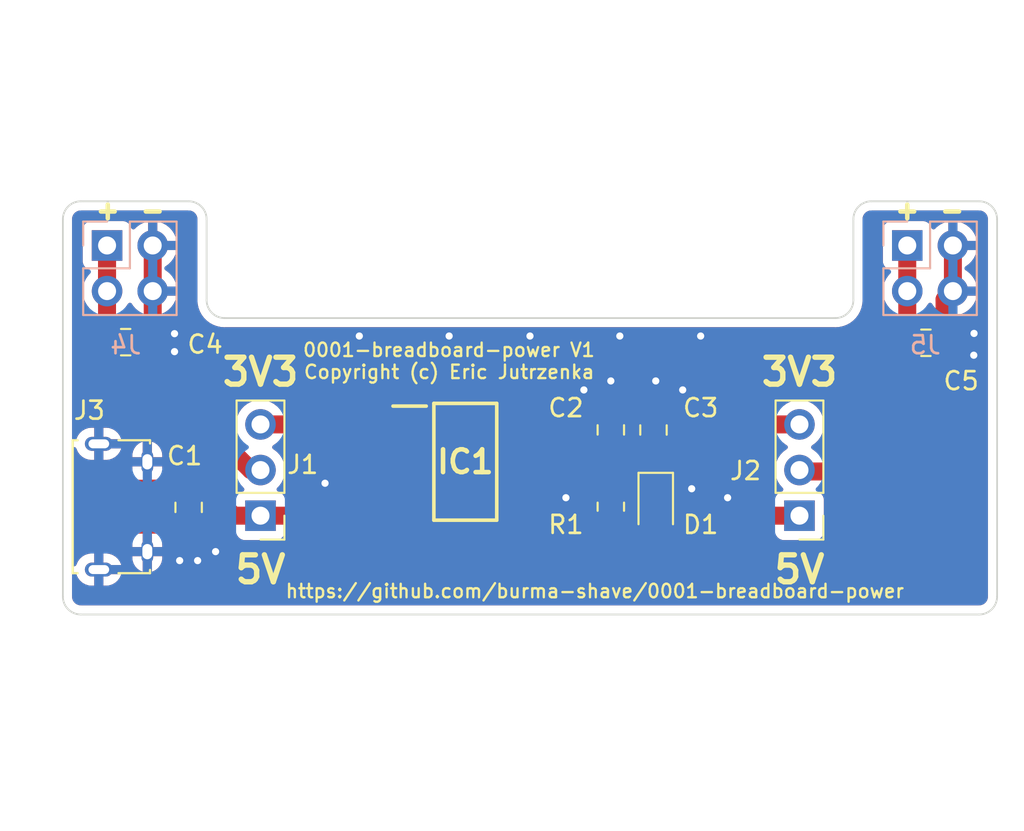
<source format=kicad_pcb>
(kicad_pcb (version 20211014) (generator pcbnew)
  (layers (0 "F.Cu" signal) (31 "B.Cu" signal) (34 "B.Paste" user) (35 "F.Paste" user) (36 "B.SilkS" user "B.Silkscreen") (37 "F.SilkS" user "F.Silkscreen") (38 "B.Mask" user) (39 "F.Mask" user) (44 "Edge.Cuts" user))
  (net 0 "")
  (net 1 "GND")
  (net 2 "+5V")
  (net 3 "+3V3")
  (net 4 "/Vout1")
  (net 5 "/Vout2")
  (net 6 "Net-(D1-Pad2)")
  (footprint "Capacitor_SMD:C_0805_2012Metric_Pad1.18x1.45mm_HandSolder" (layer "F.Cu") (at 39.49526 35.841448)
    (fp_text reference "C4" (at 4.419259 0.122253) (layer "F.SilkS"))
    (fp_text value "10uF" hide)
    (pad "1" smd roundrect (at -1.0375 0) (size 1.175 1.45) (layers "F.Cu" "F.Paste" "F.Mask") (roundrect_rratio 0.212766) (net 4 "/Vout1"))
    (pad "2" smd roundrect (at 1.0375 0) (size 1.175 1.45) (layers "F.Cu" "F.Paste" "F.Mask") (roundrect_rratio 0.212766) (net 1 "GND"))
  )
  (footprint "Capacitor_SMD:C_0805_2012Metric_Pad1.18x1.45mm_HandSolder" (layer "F.Cu") (at 66.5 40.725 90)
    (fp_text reference "C2" (at 1.225 -2.5 180) (layer "F.SilkS"))
    (fp_text value "10uF")
    (pad "1" smd roundrect (at -1.0375 0 90) (size 1.175 1.45) (layers "F.Cu" "F.Paste" "F.Mask") (roundrect_rratio 0.212766) (net 3 "+3V3"))
    (pad "2" smd roundrect (at 1.0375 0 90) (size 1.175 1.45) (layers "F.Cu" "F.Paste" "F.Mask") (roundrect_rratio 0.212766) (net 1 "GND"))
  )
  (footprint "LED_SMD:LED_0805_2012Metric_Pad1.15x1.40mm_HandSolder" (layer "F.Cu") (at 69 44.975 -90)
    (fp_text reference "D1" (at 1.025 -2.5 180) (layer "F.SilkS"))
    (fp_text value "LED")
    (pad "1" smd roundrect (at -1.025 0 270) (size 1.15 1.4) (layers "F.Cu" "F.Paste" "F.Mask") (roundrect_rratio 0.217391) (net 1 "GND"))
    (pad "2" smd roundrect (at 1.025 0 270) (size 1.15 1.4) (layers "F.Cu" "F.Paste" "F.Mask") (roundrect_rratio 0.217391) (net 6 "Net-(D1-Pad2)"))
  )
  (footprint "Connector_PinHeader_2.54mm:PinHeader_1x03_P2.54mm_Vertical" (layer "F.Cu") (at 77 45.5 180)
    (fp_text reference "J2" (at 3 2.5) (layer "F.SilkS"))
    (fp_text value "Conn_01x03")
    (pad "1" thru_hole rect (at 0 0 180) (size 1.7 1.7) (drill 1) (layers *.Cu *.Mask) (net 2 "+5V"))
    (pad "2" thru_hole oval (at 0 2.54 180) (size 1.7 1.7) (drill 1) (layers *.Cu *.Mask) (net 5 "/Vout2"))
    (pad "3" thru_hole oval (at 0 5.08 180) (size 1.7 1.7) (drill 1) (layers *.Cu *.Mask) (net 3 "+3V3"))
  )
  (footprint "Resistor_SMD:R_0805_2012Metric_Pad1.20x1.40mm_HandSolder" (layer "F.Cu") (at 66.5 45 90)
    (fp_text reference "R1" (at -1 -2.5 180) (layer "F.SilkS"))
    (fp_text value "160")
    (pad "1" smd roundrect (at -1 0 90) (size 1.2 1.4) (layers "F.Cu" "F.Paste" "F.Mask") (roundrect_rratio 0.208333) (net 6 "Net-(D1-Pad2)"))
    (pad "2" smd roundrect (at 1 0 90) (size 1.2 1.4) (layers "F.Cu" "F.Paste" "F.Mask") (roundrect_rratio 0.208333) (net 3 "+3V3"))
  )
  (footprint "Capacitor_SMD:C_0805_2012Metric_Pad1.18x1.45mm_HandSolder" (layer "F.Cu") (at 84.0375 35.875)
    (fp_text reference "C5" (at 1.9625 2.125) (layer "F.SilkS"))
    (fp_text value "10uF" hide)
    (pad "1" smd roundrect (at -1.0375 0) (size 1.175 1.45) (layers "F.Cu" "F.Paste" "F.Mask") (roundrect_rratio 0.212766) (net 5 "/Vout2"))
    (pad "2" smd roundrect (at 1.0375 0) (size 1.175 1.45) (layers "F.Cu" "F.Paste" "F.Mask") (roundrect_rratio 0.212766) (net 1 "GND"))
  )
  (footprint "Capacitor_SMD:C_0805_2012Metric_Pad1.18x1.45mm_HandSolder" (layer "F.Cu") (at 43 45.0375 90)
    (fp_text reference "C1" (at 2.866927 -0.225349 180) (layer "F.SilkS"))
    (fp_text value "10uF")
    (pad "1" smd roundrect (at -1.0375 0 90) (size 1.175 1.45) (layers "F.Cu" "F.Paste" "F.Mask") (roundrect_rratio 0.212766) (net 1 "GND"))
    (pad "2" smd roundrect (at 1.0375 0 90) (size 1.175 1.45) (layers "F.Cu" "F.Paste" "F.Mask") (roundrect_rratio 0.212766) (net 2 "+5V"))
  )
  (footprint "MyLibrary:AMPHENOL_10118194-0001LF" (layer "F.Cu") (at 38 45 -90)
    (fp_text reference "J3" (at -5.357723 0.523986 180) (layer "F.SilkS") (effects (font (size 1.000953 1.000953))))
    (fp_text value "10118194-0001LF")
    (pad "1" smd rect (at -1.3 -2.7 270) (size 0.4 1.35) (layers "F.Cu" "F.Paste" "F.Mask") (net 2 "+5V"))
    (pad "2" smd rect (at -0.65 -2.7 270) (size 0.4 1.35) (layers "F.Cu" "F.Paste" "F.Mask"))
    (pad "3" smd rect (at 0 -2.7 270) (size 0.4 1.35) (layers "F.Cu" "F.Paste" "F.Mask"))
    (pad "4" smd rect (at 0.65 -2.7 270) (size 0.4 1.35) (layers "F.Cu" "F.Paste" "F.Mask"))
    (pad "5" smd rect (at 1.3 -2.7 270) (size 0.4 1.35) (layers "F.Cu" "F.Paste" "F.Mask") (net 1 "GND"))
    (pad "S1" thru_hole oval (at -2.5 -2.7 270) (size 1.3 0.65) (drill oval 0.85 0.55) (layers *.Cu *.Mask) (net 1 "GND"))
    (pad "S2" thru_hole oval (at 2.5 -2.7 270) (size 1.3 0.65) (drill oval 0.85 0.55) (layers *.Cu *.Mask) (net 1 "GND"))
    (pad "S3" thru_hole oval (at -3.5 0 270) (size 0.775 1.55) (drill oval 0.5 1.15) (layers *.Cu *.Mask) (net 1 "GND"))
    (pad "S4" smd rect (at -1 0 270) (size 1.5 1.55) (layers "F.Cu" "F.Paste" "F.Mask") (net 1 "GND"))
    (pad "S5" smd rect (at 1 0 270) (size 1.5 1.55) (layers "F.Cu" "F.Paste" "F.Mask") (net 1 "GND"))
    (pad "S6" thru_hole oval (at 3.5 0 270) (size 0.775 1.55) (drill oval 0.5 1.15) (layers *.Cu *.Mask) (net 1 "GND"))
  )
  (footprint "Capacitor_SMD:C_0805_2012Metric_Pad1.18x1.45mm_HandSolder" (layer "F.Cu") (at 68.874083 40.730305 90)
    (fp_text reference "C3" (at 1.230305 2.625917 180) (layer "F.SilkS"))
    (fp_text value "10uF")
    (pad "1" smd roundrect (at -1.0375 0 90) (size 1.175 1.45) (layers "F.Cu" "F.Paste" "F.Mask") (roundrect_rratio 0.212766) (net 3 "+3V3"))
    (pad "2" smd roundrect (at 1.0375 0 90) (size 1.175 1.45) (layers "F.Cu" "F.Paste" "F.Mask") (roundrect_rratio 0.212766) (net 1 "GND"))
  )
  (footprint "Symbol:OSHW-Logo_5.7x6mm_Copper" (layer "F.Cu") (at 83 45.5)
    (fp_text reference "REF**" hide)
    (fp_text value "OSHW-Logo_5.7x6mm_Copper" hide)
    (fp_poly (pts (xy 0.014017 1.456452) (xy 0.061634 1.465482) (xy 0.111034 1.48437) (xy 0.116312 1.486777) (xy 0.153774 1.506476) (xy 0.179717 1.524781) (xy 0.188103 1.536508) (xy 0.180117 1.555632) (xy 0.16072 1.58385) (xy 0.15211 1.594384) (xy 0.116628 1.635847) (xy 0.070885 1.608858) (xy 0.02735 1.590878) (xy -0.02295 1.581267) (xy -0.071188 1.58066) (xy -0.108533 1.589691) (xy -0.117495 1.595327) (xy -0.134563 1.621171) (xy -0.136637 1.650941) (xy -0.123866 1.674197) (xy -0.116312 1.678708) (xy -0.093675 1.684309) (xy -0.053885 1.690892) (xy -0.004834 1.697183) (xy 0.004215 1.69817) (xy 0.082996 1.711798) (xy 0.140136 1.734946) (xy 0.17803 1.769752) (xy 0.199079 1.818354) (xy 0.205635 1.877718) (xy 0.196577 1.945198) (xy 0.167164 1.998188) (xy 0.117278 2.036783) (xy 0.0468 2.061081) (xy -0.031435 2.070667) (xy -0.095234 2.070552) (xy -0.146984 2.061845) (xy -0.182327 2.049825) (xy -0.226983 2.02888) (xy -0.268253 2.004574) (xy -0.282921 1.993876) (xy -0.320643 1.963084) (xy -0.275148 1.917049) (xy -0.229653 1.871013) (xy -0.177928 1.905243) (xy -0.126048 1.930952) (xy -0.070649 1.944399) (xy -0.017395 1.945818) (xy 0.028049 1.935443) (xy 0.060016 1.913507) (xy 0.070338 1.894998) (xy 0.068789 1.865314) (xy 0.04314 1.842615) (xy -0.00654 1.82694) (xy -0.060969 1.819695) (xy -0.144736 1.805873) (xy -0.206967 1.779796) (xy -0.248493 1.740699) (xy -0.270147 1.68782) (xy -0.273147 1.625126) (xy -0.258329 1.559642) (xy -0.224546 1.510144) (xy -0.171495 1.476408) (xy -0.098874 1.458207) (xy -0.045072 1.454639) (xy 0.014017 1.456452)) (layer "F.Cu") (width 0.01) (fill solid))
    (fp_poly (pts (xy 1.79946 1.45803) (xy 1.842711 1.471245) (xy 1.870558 1.487941) (xy 1.879629 1.501145) (xy 1.877132 1.516797) (xy 1.860931 1.541385) (xy 1.847232 1.5588) (xy 1.818992 1.590283) (xy 1.797775 1.603529) (xy 1.779688 1.602664) (xy 1.726035 1.58901) (xy 1.68663 1.58963) (xy 1.654632 1.605104) (xy 1.64389 1.614161) (xy 1.609505 1.646027) (xy 1.609505 2.062179) (xy 1.471188 2.062179) (xy 1.471188 1.458614) (xy 1.540347 1.458614) (xy 1.581869 1.460256) (xy 1.603291 1.466087) (xy 1.609502 1.477461) (xy 1.609505 1.477798) (xy 1.612439 1.489713) (xy 1.625704 1.488159) (xy 1.644084 1.479563) (xy 1.682046 1.463568) (xy 1.712872 1.453945) (xy 1.752536 1.451478) (xy 1.79946 1.45803)) (layer "F.Cu") (width 0.01) (fill solid))
    (fp_poly (pts (xy 2.032581 2.40497) (xy 2.092685 2.420597) (xy 2.143021 2.452848) (xy 2.167393 2.47694) (xy 2.207345 2.533895) (xy 2.230242 2.599965) (xy 2.238108 2.681182) (xy 2.238148 2.687748) (xy 2.238218 2.753763) (xy 1.858264 2.753763) (xy 1.866363 2.788342) (xy 1.880987 2.819659) (xy 1.906581 2.852291) (xy 1.911935 2.8575) (xy 1.957943 2.885694) (xy 2.01041 2.890475) (xy 2.070803 2.871926) (xy 2.08104 2.866931) (xy 2.112439 2.851745) (xy 2.13347 2.843094) (xy 2.137139 2.842293) (xy 2.149948 2.850063) (xy 2.174378 2.869072) (xy 2.186779 2.87946) (xy 2.212476 2.903321) (xy 2.220915 2.919077) (xy 2.215058 2.933571) (xy 2.211928 2.937534) (xy 2.190725 2.954879) (xy 2.155738 2.975959) (xy 2.131337 2.988265) (xy 2.062072 3.009946) (xy 1.985388 3.016971) (xy 1.912765 3.008647) (xy 1.892426 3.002686) (xy 1.829476 2.968952) (xy 1.782815 2.917045) (xy 1.752173 2.846459) (xy 1.737282 2.756692) (xy 1.735647 2.709753) (xy 1.740421 2.641413) (xy 1.86099 2.641413) (xy 1.872652 2.646465) (xy 1.903998 2.650429) (xy 1.949571 2.652768) (xy 1.980446 2.653169) (xy 2.035981 2.652783) (xy 2.071033 2.650975) (xy 2.090262 2.646773) (xy 2.09833 2.639203) (xy 2.099901 2.628218) (xy 2.089121 2.594381) (xy 2.06198 2.56094) (xy 2.026277 2.535272) (xy 1.99056 2.524772) (xy 1.942048 2.534086) (xy 1.900053 2.561013) (xy 1.870936 2.599827) (xy 1.86099 2.641413) (xy 1.740421 2.641413) (xy 1.742599 2.610236) (xy 1.764055 2.530949) (xy 1.80047 2.471263) (xy 1.852297 2.430549) (xy 1.91999 2.408179) (xy 1.956662 2.403871) (xy 2.032581 2.40497)) (layer "F.Cu") (width 0.01) (fill solid))
    (fp_poly (pts (xy -1.38421 2.406555) (xy -1.325055 2.422339) (xy -1.280023 2.450948) (xy -1.248246 2.488419) (xy -1.238366 2.504411) (xy -1.231073 2.521163) (xy -1.225974 2.542592) (xy -1.222679 2.572616) (xy -1.220797 2.615154) (xy -1.219937 2.674122) (xy -1.219707 2.75344) (xy -1.219703 2.774484) (xy -1.219703 3.017822) (xy -1.280059 3.017822) (xy -1.318557 3.015126) (xy -1.347023 3.008295) (xy -1.354155 3.004083) (xy -1.373652 2.996813) (xy -1.393566 3.004083) (xy -1.426353 3.01316) (xy -1.473978 3.016813) (xy -1.526764 3.015228) (xy -1.575036 3.008589) (xy -1.603218 3.000072) (xy -1.657753 2.965063) (xy -1.691835 2.916479) (xy -1.707157 2.851882) (xy -1.707299 2.850223) (xy -1.705955 2.821566) (xy -1.584356 2.821566) (xy -1.573726 2.854161) (xy -1.55641 2.872505) (xy -1.521652 2.886379) (xy -1.475773 2.891917) (xy -1.428988 2.889191) (xy -1.391514 2.878274) (xy -1.381015 2.871269) (xy -1.362668 2.838904) (xy -1.35802 2.802111) (xy -1.35802 2.753763) (xy -1.427582 2.753763) (xy -1.493667 2.75885) (xy -1.543764 2.773263) (xy -1.574929 2.795729) (xy -1.584356 2.821566) (xy -1.705955 2.821566) (xy -1.703987 2.779647) (xy -1.68071 2.723845) (xy -1.636948 2.681647) (xy -1.630899 2.677808) (xy -1.604907 2.665309) (xy -1.572735 2.65774) (xy -1.52776 2.654061) (xy -1.474331 2.653216) (xy -1.35802 2.653169) (xy -1.35802 2.604411) (xy -1.362953 2.566581) (xy -1.375543 2.541236) (xy -1.377017 2.539887) (xy -1.405034 2.5288) (xy -1.447326 2.524503) (xy -1.494064 2.526615) (xy -1.535418 2.534756) (xy -1.559957 2.546965) (xy -1.573253 2.556746) (xy -1.587294 2.558613) (xy -1.606671 2.5506) (xy -1.635976 2.530739) (xy -1.679803 2.497063) (xy -1.683825 2.493909) (xy -1.681764 2.482236) (xy -1.664568 2.462822) (xy -1.638433 2.441248) (xy -1.609552 2.423096) (xy -1.600478 2.418809) (xy -1.56738 2.410256) (xy -1.51888 2.404155) (xy -1.464695 2.401708) (xy -1.462161 2.401703) (xy -1.38421 2.406555)) (layer "F.Cu") (width 0.01) (fill solid))
    (fp_poly (pts (xy 2.217226 1.46388) (xy 2.29008 1.49483) (xy 2.313027 1.509895) (xy 2.342354 1.533048) (xy 2.360764 1.551253) (xy 2.363961 1.557183) (xy 2.354935 1.57034) (xy 2.331837 1.592667) (xy 2.313344 1.60825) (xy 2.262728 1.648926) (xy 2.22276 1.615295) (xy 2.191874 1.593584) (xy 2.161759 1.58609) (xy 2.127292 1.58792) (xy 2.072561 1.601528) (xy 2.034886 1.629772) (xy 2.011991 1.675433) (xy 2.001597 1.741289) (xy 2.001595 1.741331) (xy 2.002494 1.814939) (xy 2.016463 1.868946) (xy 2.044328 1.905716) (xy 2.063325 1.918168) (xy 2.113776 1.933673) (xy 2.167663 1.933683) (xy 2.214546 1.918638) (xy 2.225644 1.911287) (xy 2.253476 1.892511) (xy 2.275236 1.889434) (xy 2.298704 1.903409) (xy 2.324649 1.92851) (xy 2.365716 1.97088) (xy 2.320121 2.008464) (xy 2.249674 2.050882) (xy 2.170233 2.071785) (xy 2.087215 2.070272) (xy 2.032694 2.056411) (xy 1.96897 2.022135) (xy 1.918005 1.968212) (xy 1.894851 1.930149) (xy 1.876099 1.875536) (xy 1.866715 1.806369) (xy 1.866643 1.731407) (xy 1.875824 1.659409) (xy 1.894199 1.599137) (xy 1.897093 1.592958) (xy 1.939952 1.532351) (xy 1.997979 1.488224) (xy 2.066591 1.461493) (xy 2.141201 1.453073) (xy 2.217226 1.46388)) (layer "F.Cu") (width 0.01) (fill solid))
    (fp_poly (pts (xy 0.376964 -2.709982) (xy 0.433812 -2.40843) (xy 0.853338 -2.235488) (xy 1.104984 -2.406605) (xy 1.175458 -2.45425) (xy 1.239163 -2.49679) (xy 1.293126 -2.532285) (xy 1.334373 -2.55879) (xy 1.359934 -2.574364) (xy 1.366895 -2.577722) (xy 1.379435 -2.569086) (xy 1.406231 -2.545208) (xy 1.44428 -2.509141) (xy 1.490579 -2.463933) (xy 1.542123 -2.412636) (xy 1.595909 -2.358299) (xy 1.648935 -2.303972) (xy 1.698195 -2.252705) (xy 1.740687 -2.207549) (xy 1.773407 -2.171554) (xy 1.793351 -2.14777) (xy 1.798119 -2.13981) (xy 1.791257 -2.125135) (xy 1.77202 -2.092986) (xy 1.74243 -2.046508) (xy 1.70451 -1.988844) (xy 1.660282 -1.92314) (xy 1.634654 -1.885664) (xy 1.587941 -1.817232) (xy 1.546432 -1.75548) (xy 1.51214 -1.703481) (xy 1.48708 -1.664308) (xy 1.473264 -1.641035) (xy 1.471188 -1.636145) (xy 1.475895 -1.622245) (xy 1.488723 -1.58985) (xy 1.507738 -1.543515) (xy 1.531003 -1.487794) (xy 1.556584 -1.427242) (xy 1.582545 -1.366414) (xy 1.60695 -1.309864) (xy 1.627863 -1.262148) (xy 1.643349 -1.227819) (xy 1.651472 -1.211432) (xy 1.651952 -1.210788) (xy 1.664707 -1.207659) (xy 1.698677 -1.200679) (xy 1.75034 -1.190533) (xy 1.816176 -1.177908) (xy 1.892664 -1.163491) (xy 1.93729 -1.155177) (xy 2.019021 -1.139616) (xy 2.092843 -1.124808) (xy 2.155021 -1.111564) (xy 2.201822 -1.100695) (xy 2.229509 -1.093011) (xy 2.235074 -1.090573) (xy 2.240526 -1.07407) (xy 2.244924 -1.0368) (xy 2.248272 -0.98312) (xy 2.250574 -0.917388) (xy 2.251832 -0.843963) (xy 2.252048 -0.767204) (xy 2.251227 -0.691468) (xy 2.249371 -0.621114) (xy 2.246482 -0.5605) (xy 2.242565 -0.513984) (xy 2.237622 -0.485925) (xy 2.234657 -0.480084) (xy 2.216934 -0.473083) (xy 2.179381 -0.463073) (xy 2.126964 -0.451231) (xy 2.064652 -0.438733) (xy 2.0429 -0.43469) (xy 1.938024 -0.41548) (xy 1.85518 -0.400009) (xy 1.79163 -0.387663) (xy 1.744637 -0.377827) (xy 1.711463 -0.369886) (xy 1.689371 -0.363224) (xy 1.675624 -0.357227) (xy 1.667484 -0.351281) (xy 1.666345 -0.350106) (xy 1.654977 -0.331174) (xy 1.637635 -0.294331) (xy 1.61605 -0.244087) (xy 1.591954 -0.184954) (xy 1.567079 -0.121444) (xy 1.543157 -0.058068) (xy 1.521919 0.000662) (xy 1.505097 0.050235) (xy 1.494422 0.086139) (xy 1.491627 0.103862) (xy 1.49186 0.104483) (xy 1.501331 0.11897) (xy 1.522818 0.150844) (xy 1.554063 0.196789) (xy 1.592807 0.253485) (xy 1.636793 0.317617) (xy 1.649319 0.335842) (xy 1.693984 0.401914) (xy 1.733288 0.4622) (xy 1.765088 0.513235) (xy 1.787245 0.55156) (xy 1.797617 0.573711) (xy 1.798119 0.576432) (xy 1.789405 0.590736) (xy 1.765325 0.619072) (xy 1.728976 0.658396) (xy 1.683453 0.705661) (xy 1.631852 0.757823) (xy 1.577267 0.811835) (xy 1.522794 0.864653) (xy 1.471529 0.913231) (xy 1.426567 0.954523) (xy 1.391004 0.985485) (xy 1.367935 1.00307) (xy 1.361554 1.005941) (xy 1.346699 0.999178) (xy 1.316286 0.980939) (xy 1.275268 0.954297) (xy 1.243709 0.932852) (xy 1.186525 0.893503) (xy 1.118806 0.847171) (xy 1.05088 0.800913) (xy 1.014361 0.776155) (xy 0.890752 0.692547) (xy 0.786991 0.74865) (xy 0.73972 0.773228) (xy 0.699523 0.792331) (xy 0.672326 0.803227) (xy 0.665402 0.804743) (xy 0.657077 0.793549) (xy 0.640654 0.761917) (xy 0.617357 0.712765) (xy 0.588414 0.64901) (xy 0.55505 0.573571) (xy 0.518491 0.489364) (xy 0.479964 0.399308) (xy 0.440694 0.306321) (xy 0.401908 0.21332) (xy 0.36483 0.123223) (xy 0.330689 0.038948) (xy 0.300708 -0.036587) (xy 0.276116 -0.100466) (xy 0.258136 -0.149769) (xy 0.247997 -0.181579) (xy 0.246366 -0.192504) (xy 0.259291 -0.206439) (xy 0.287589 -0.22906) (xy 0.325346 -0.255667) (xy 0.328515 -0.257772) (xy 0.4261 -0.335886) (xy 0.504786 -0.427018) (xy 0.563891 -0.528255) (xy 0.602732 -0.636682) (xy 0.620628 -0.749386) (xy 0.616897 -0.863452) (xy 0.590857 -0.975966) (xy 0.541825 -1.084015) (xy 0.5274 -1.107655) (xy 0.452369 -1.203113) (xy 0.36373 -1.279768) (xy 0.264549 -1.33722) (xy 0.157895 -1.375071) (xy 0.046836 -1.392922) (xy -0.065561 -1.390375) (xy -0.176227 -1.36703) (xy -0.282094 -1.32249) (xy -0.380095 -1.256355) (xy -0.41041 -1.229513) (xy -0.487562 -1.145488) (xy -0.543782 -1.057034) (xy -0.582347 -0.957885) (xy -0.603826 -0.859697) (xy -0.609128 -0.749303) (xy -0.591448 -0.63836) (xy -0.552581 -0.530619) (xy -0.494323 -0.429831) (xy -0.418469 -0.339744) (xy -0.326817 -0.264108) (xy -0.314772 -0.256136) (xy -0.276611 -0.230026) (xy -0.247601 -0.207405) (xy -0.233732 -0.192961) (xy -0.233531 -0.192504) (xy -0.236508 -0.176879) (xy -0.248311 -0.141418) (xy -0.267714 -0.089038) (xy -0.293488 -0.022655) (xy -0.324409 0.054814) (xy -0.359249 0.14045) (xy -0.396783 0.231337) (xy -0.435783 0.324559) (xy -0.475023 0.417197) (xy -0.513276 0.506335) (xy -0.549317 0.589055) (xy -0.581917 0.662441) (xy -0.609852 0.723575) (xy -0.631895 0.769541) (xy -0.646818 0.797421) (xy -0.652828 0.804743) (xy -0.671191 0.799041) (xy -0.705552 0.783749) (xy -0.749984 0.761599) (xy -0.774417 0.74865) (xy -0.878178 0.692547) (xy -1.001787 0.776155) (xy -1.064886 0.818987) (xy -1.13397 0.866122) (xy -1.198707 0.910503) (xy -1.231134 0.932852) (xy -1.276741 0.963477) (xy -1.31536 0.987747) (xy -1.341952 1.002587) (xy -1.35059 1.005724) (xy -1.363161 0.997261) (xy -1.390984 0.973636) (xy -1.431361 0.937302) (xy -1.481595 0.890711) (xy -1.538988 0.836317) (xy -1.575286 0.801392) (xy -1.63879 0.738996) (xy -1.693673 0.683188) (xy -1.737714 0.636354) (xy -1.768695 0.600882) (xy -1.784398 0.579161) (xy -1.785905 0.574752) (xy -1.778914 0.557985) (xy -1.759594 0.524082) (xy -1.730091 0.476476) (xy -1.692545 0.418599) (xy -1.6491 0.353884) (xy -1.636745 0.335842) (xy -1.591727 0.270267) (xy -1.55134 0.211228) (xy -1.51784 0.162042) (xy -1.493486 0.126028) (xy -1.480536 0.106502) (xy -1.479285 0.104483) (xy -1.481156 0.088922) (xy -1.491087 0.054709) (xy -1.507347 0.006355) (xy -1.528205 -0.051629) (xy -1.551927 -0.11473) (xy -1.576784 -0.178437) (xy -1.601042 -0.238239) (xy -1.622971 -0.289624) (xy -1.640838 -0.328081) (xy -1.652913 -0.349098) (xy -1.653771 -0.350106) (xy -1.661154 -0.356112) (xy -1.673625 -0.362052) (xy -1.69392 -0.36854) (xy -1.724778 -0.376191) (xy -1.768934 -0.38562) (xy -1.829126 -0.397441) (xy -1.908093 -0.412271) (xy -2.00857 -0.430723) (xy -2.030325 -0.43469) (xy -2.094802 -0.447147) (xy -2.151011 -0.459334) (xy -2.193987 -0.470074) (xy -2.21876 -0.478191) (xy -2.222082 -0.480084) (xy -2.227556 -0.496862) (xy -2.232006 -0.534355) (xy -2.235428 -0.588206) (xy -2.237819 -0.654056) (xy -2.239177 -0.727547) (xy -2.239499 -0.80432) (xy -2.238781 -0.880017) (xy -2.237021 -0.95028) (xy -2.234216 -1.01075) (xy -2.230362 -1.05707) (xy -2.225457 -1.084881) (xy -2.2225 -1.090573) (xy -2.206037 -1.096314) (xy -2.168551 -1.105655) (xy -2.113775 -1.117785) (xy -2.045445 -1.131893) (xy -1.967294 -1.14717) (xy -1.924716 -1.155177) (xy -1.843929 -1.170279) (xy -1.771887 -1.18396) (xy -1.712111 -1.195533) (xy -1.668121 -1.204313) (xy -1.643439 -1.209613) (xy -1.639377 -1.210788) (xy -1.632511 -1.224035) (xy -1.617998 -1.255943) (xy -1.597771 -1.301953) (xy -1.573766 -1.357508) (xy -1.547918 -1.418047) (xy -1.52216 -1.479014) (xy -1.498427 -1.535849) (xy -1.478654 -1.583994) (xy -1.464776 -1.61889) (xy -1.458726 -1.635979) (xy -1.458614 -1.636726) (xy -1.465472 -1.650207) (xy -1.484698 -1.68123) (xy -1.514272 -1.726711) (xy -1.552173 -1.783568) (xy -1.59638 -1.848717) (xy -1.622079 -1.886138) (xy -1.668907 -1.954753) (xy -1.710499 -2.017048) (xy -1.744825 -2.069871) (xy -1.769857 -2.110073) (xy -1.783565 -2.1345) (xy -1.785544 -2.139976) (xy -1.777034 -2.152722) (xy -1.753507 -2.179937) (xy -1.717968 -2.218572) (xy -1.673423 -2.265577) (xy -1.622877 -2.317905) (xy -1.569336 -2.372505) (xy -1.515805 -2.42633) (xy -1.465289 -2.47633) (xy -1.420794 -2.519457) (xy -1.385325 -2.552661) (xy -1.361887 -2.572894) (xy -1.354046 -2.577722) (xy -1.34128 -2.570933) (xy -1.310744 -2.551858) (xy -1.26541 -2.522439) (xy -1.208244 -2.484619) (xy -1.142216 -2.440339) (xy -1.09241 -2.406605) (xy -0.840764 -2.235488) (xy -0.631001 -2.321959) (xy -0.421237 -2.40843) (xy -0.364389 -2.709982) (xy -0.30754 -3.011534) (xy 0.320115 -3.011534) (xy 0.376964 -2.709982)) (layer "F.Cu") (width 0.01) (fill solid))
    (fp_poly (pts (xy 1.038411 2.405417) (xy 1.091411 2.41829) (xy 1.106731 2.42511) (xy 1.136428 2.442974) (xy 1.15922 2.463093) (xy 1.176083 2.488962) (xy 1.187998 2.524073) (xy 1.195942 2.57192) (xy 1.200894 2.635996) (xy 1.203831 2.719794) (xy 1.204947 2.775768) (xy 1.209052 3.017822) (xy 1.138932 3.017822) (xy 1.096393 3.016038) (xy 1.074476 3.009942) (xy 1.068812 2.999706) (xy 1.065821 2.988637) (xy 1.052451 2.990754) (xy 1.034233 2.999629) (xy 0.988624 3.013233) (xy 0.930007 3.016899) (xy 0.868354 3.010903) (xy 0.813638 2.995521) (xy 0.80873 2.993386) (xy 0.758723 2.958255) (xy 0.725756 2.909419) (xy 0.710587 2.852333) (xy 0.711746 2.831824) (xy 0.835508 2.831824) (xy 0.846413 2.859425) (xy 0.878745 2.879204) (xy 0.93091 2.889819) (xy 0.958787 2.891228) (xy 1.005247 2.88762) (xy 1.036129 2.873597) (xy 1.043664 2.866931) (xy 1.064076 2.830666) (xy 1.068812 2.797773) (xy 1.068812 2.753763) (xy 1.007513 2.753763) (xy 0.936256 2.757395) (xy 0.886276 2.768818) (xy 0.854696 2.788824) (xy 0.847626 2.797743) (xy 0.835508 2.831824) (xy 0.711746 2.831824) (xy 0.713971 2.792456) (xy 0.736663 2.735244) (xy 0.767624 2.69658) (xy 0.786376 2.679864) (xy 0.804733 2.668878) (xy 0.828619 2.66218) (xy 0.863957 2.658326) (xy 0.916669 2.655873) (xy 0.937577 2.655168) (xy 1.068812 2.650879) (xy 1.06862 2.611158) (xy 1.063537 2.569405) (xy 1.045162 2.544158) (xy 1.008039 2.52803) (xy 1.007043 2.527742) (xy 0.95441 2.5214) (xy 0.902906 2.529684) (xy 0.86463 2.549827) (xy 0.849272 2.559773) (xy 0.83273 2.558397) (xy 0.807275 2.543987) (xy 0.792328 2.533817) (xy 0.763091 2.512088) (xy 0.74498 2.4958) (xy 0.742074 2.491137) (xy 0.75404 2.467005) (xy 0.789396 2.438185) (xy 0.804753 2.428461) (xy 0.848901 2.411714) (xy 0.908398 2.402227) (xy 0.974487 2.400095) (xy 1.038411 2.405417)) (layer "F.Cu") (width 0.01) (fill solid))
    (fp_poly (pts (xy -0.993356 2.40302) (xy -0.974539 2.40866) (xy -0.968473 2.421053) (xy -0.968218 2.426647) (xy -0.967129 2.44223) (xy -0.959632 2.444676) (xy -0.939381 2.433993) (xy -0.927351 2.426694) (xy -0.8894 2.411063) (xy -0.844072 2.403334) (xy -0.796544 2.40274) (xy -0.751995 2.408513) (xy -0.715602 2.419884) (xy -0.692543 2.436088) (xy -0.687996 2.456355) (xy -0.690291 2.461843) (xy -0.70702 2.484626) (xy -0.732963 2.512647) (xy -0.737655 2.517177) (xy -0.762383 2.538005) (xy -0.783718 2.544735) (xy -0.813555 2.540038) (xy -0.825508 2.536917) (xy -0.862705 2.529421) (xy -0.888859 2.532792) (xy -0.910946 2.544681) (xy -0.931178 2.560635) (xy -0.946079 2.5807) (xy -0.956434 2.608702) (xy -0.963029 2.648467) (xy -0.966649 2.703823) (xy -0.968078 2.778594) (xy -0.968218 2.82374) (xy -0.968218 3.017822) (xy -1.09396 3.017822) (xy -1.09396 2.401683) (xy -1.031089 2.401683) (xy -0.993356 2.40302)) (layer "F.Cu") (width 0.01) (fill solid))
    (fp_poly (pts (xy -1.356699 1.472614) (xy -1.344168 1.478514) (xy -1.300799 1.510283) (xy -1.25979 1.556646) (xy -1.229168 1.607696) (xy -1.220459 1.631166) (xy -1.212512 1.673091) (xy -1.207774 1.723757) (xy -1.207199 1.744679) (xy -1.207129 1.810693) (xy -1.587083 1.810693) (xy -1.578983 1.845273) (xy -1.559104 1.88617) (xy -1.524347 1.921514) (xy -1.482998 1.944282) (xy -1.456649 1.94901) (xy -1.420916 1.943273) (xy -1.378282 1.928882) (xy -1.363799 1.922262) (xy -1.31024 1.895513) (xy -1.264533 1.930376) (xy -1.238158 1.953955) (xy -1.224124 1.973417) (xy -1.223414 1.979129) (xy -1.235951 1.992973) (xy -1.263428 2.014012) (xy -1.288366 2.030425) (xy -1.355664 2.05993) (xy -1.43111 2.073284) (xy -1.505888 2.069812) (xy -1.565495 2.051663) (xy -1.626941 2.012784) (xy -1.670608 1.961595) (xy -1.697926 1.895367) (xy -1.710322 1.811371) (xy -1.711421 1.772936) (xy -1.707022 1.684861) (xy -1.706482 1.682299) (xy -1.580582 1.682299) (xy -1.577115 1.690558) (xy -1.562863 1.695113) (xy -1.53347 1.697065) (xy -1.484575 1.697517) (xy -1.465748 1.697525) (xy -1.408467 1.696843) (xy -1.372141 1.694364) (xy -1.352604 1.689443) (xy -1.34569 1.681434) (xy -1.345445 1.678862) (xy -1.353336 1.658423) (xy -1.373085 1.629789) (xy -1.381575 1.619763) (xy -1.413094 1.591408) (xy -1.445949 1.580259) (xy -1.463651 1.579327) (xy -1.511539 1.590981) (xy -1.551699 1.622285) (xy -1.577173 1.667752) (xy -1.577625 1.669233) (xy -1.580582 1.682299) (xy -1.706482 1.682299) (xy -1.692392 1.61551) (xy -1.666038 1.560025) (xy -1.633807 1.520639) (xy -1.574217 1.477931) (xy -1.504168 1.455109) (xy -1.429661 1.453046) (xy -1.356699 1.472614)) (layer "F.Cu") (width 0.01) (fill solid))
    (fp_poly (pts (xy 2.677898 1.456457) (xy 2.710096 1.464279) (xy 2.771825 1.492921) (xy 2.82461 1.536667) (xy 2.861141 1.589117) (xy 2.86616 1.600893) (xy 2.873045 1.63174) (xy 2.877864 1.677371) (xy 2.879505 1.723492) (xy 2.879505 1.810693) (xy 2.697178 1.810693) (xy 2.621979 1.810978) (xy 2.569003 1.812704) (xy 2.535325 1.817181) (xy 2.51802 1.82572) (xy 2.514163 1.83963) (xy 2.520829 1.860222) (xy 2.53277 1.884315) (xy 2.56608 1.924525) (xy 2.612368 1.944558) (xy 2.668944 1.943905) (xy 2.733031 1.922101) (xy 2.788417 1.895193) (xy 2.834375 1.931532) (xy 2.880333 1.967872) (xy 2.837096 2.007819) (xy 2.779374 2.045563) (xy 2.708386 2.06832) (xy 2.632029 2.074688) (xy 2.558199 2.063268) (xy 2.546287 2.059393) (xy 2.481399 2.025506) (xy 2.43313 1.974986) (xy 2.400465 1.906325) (xy 2.382385 1.818014) (xy 2.382175 1.816121) (xy 2.380556 1.719878) (xy 2.3871 1.685542) (xy 2.514852 1.685542) (xy 2.526584 1.690822) (xy 2.558438 1.694867) (xy 2.605397 1.697176) (xy 2.635154 1.697525) (xy 2.690648 1.697306) (xy 2.725346 1.695916) (xy 2.743601 1.692251) (xy 2.749766 1.68521) (xy 2.748195 1.67369) (xy 2.746878 1.669233) (xy 2.724382 1.627355) (xy 2.689003 1.593604) (xy 2.65778 1.578773) (xy 2.616301 1.579668) (xy 2.574269 1.598164) (xy 2.539012 1.628786) (xy 2.517854 1.666062) (xy 2.514852 1.685542) (xy 2.3871 1.685542) (xy 2.39669 1.635229) (xy 2.428698 1.564191) (xy 2.474701 1.508779) (xy 2.532821 1.471009) (xy 2.60118 1.452896) (xy 2.677898 1.456457)) (layer "F.Cu") (width 0.01) (fill solid))
    (fp_poly (pts (xy 1.635255 2.401486) (xy 1.683595 2.411015) (xy 1.711114 2.425125) (xy 1.740064 2.448568) (xy 1.698876 2.500571) (xy 1.673482 2.532064) (xy 1.656238 2.547428) (xy 1.639102 2.549776) (xy 1.614027 2.542217) (xy 1.602257 2.537941) (xy 1.55427 2.531631) (xy 1.510324 2.545156) (xy 1.47806 2.57571) (xy 1.472819 2.585452) (xy 1.467112 2.611258) (xy 1.462706 2.658817) (xy 1.459811 2.724758) (xy 1.458631 2.80571) (xy 1.458614 2.817226) (xy 1.458614 3.017822) (xy 1.320297 3.017822) (xy 1.320297 2.401683) (xy 1.389456 2.401683) (xy 1.429333 2.402725) (xy 1.450107 2.407358) (xy 1.457789 2.417849) (xy 1.458614 2.427745) (xy 1.458614 2.453806) (xy 1.491745 2.427745) (xy 1.529735 2.409965) (xy 1.58077 2.401174) (xy 1.635255 2.401486)) (layer "F.Cu") (width 0.01) (fill solid))
    (fp_poly (pts (xy -2.538261 1.465148) (xy -2.472479 1.494231) (xy -2.42254 1.542793) (xy -2.388374 1.610908) (xy -2.369907 1.698651) (xy -2.368583 1.712351) (xy -2.367546 1.808939) (xy -2.380993 1.893602) (xy -2.408108 1.962221) (xy -2.422627 1.984294) (xy -2.473201 2.031011) (xy -2.537609 2.061268) (xy -2.609666 2.073824) (xy -2.683185 2.067439) (xy -2.739072 2.047772) (xy -2.787132 2.014629) (xy -2.826412 1.971175) (xy -2.827092 1.970158) (xy -2.843044 1.943338) (xy -2.85341 1.916368) (xy -2.859688 1.882332) (xy -2.863373 1.83431) (xy -2.864997 1.794931) (xy -2.865672 1.759219) (xy -2.739955 1.759219) (xy -2.738726 1.79477) (xy -2.734266 1.842094) (xy -2.726397 1.872465) (xy -2.712207 1.894072) (xy -2.698917 1.906694) (xy -2.651802 1.933122) (xy -2.602505 1.936653) (xy -2.556593 1.917639) (xy -2.533638 1.896331) (xy -2.517096 1.874859) (xy -2.507421 1.854313) (xy -2.503174 1.827574) (xy -2.50292 1.787523) (xy -2.504228 1.750638) (xy -2.507043 1.697947) (xy -2.511505 1.663772) (xy -2.519548 1.64148) (xy -2.533103 1.624442) (xy -2.543845 1.614703) (xy -2.588777 1.589123) (xy -2.637249 1.587847) (xy -2.677894 1.602999) (xy -2.712567 1.634642) (xy -2.733224 1.68662) (xy -2.739955 1.759219) (xy -2.865672 1.759219) (xy -2.866479 1.716621) (xy -2.863948 1.658056) (xy -2.856362 1.614007) (xy -2.842681 1.579248) (xy -2.821865 1.548551) (xy -2.814147 1.539436) (xy -2.765889 1.494021) (xy -2.714128 1.467493) (xy -2.650828 1.456379) (xy -2.619961 1.455471) (xy -2.538261 1.465148)) (layer "F.Cu") (width 0.01) (fill solid))
    (fp_poly (pts (xy -0.201188 3.017822) (xy -0.270346 3.017822) (xy -0.310488 3.016645) (xy -0.331394 3.011772) (xy -0.338922 3.001186) (xy -0.339505 2.994029) (xy -0.340774 2.979676) (xy -0.348779 2.976923) (xy -0.369815 2.985771) (xy -0.386173 2.994029) (xy -0.448977 3.013597) (xy -0.517248 3.014729) (xy -0.572752 3.000135) (xy -0.624438 2.964877) (xy -0.663838 2.912835) (xy -0.685413 2.85145) (xy -0.685962 2.848018) (xy -0.689167 2.810571) (xy -0.690761 2.756813) (xy -0.690633 2.716155) (xy -0.553279 2.716155) (xy -0.550097 2.770194) (xy -0.542859 2.814735) (xy -0.53306 2.839888) (xy -0.495989 2.87426) (xy -0.451974 2.886582) (xy -0.406584 2.876618) (xy -0.367797 2.846895) (xy -0.353108 2.826905) (xy -0.344519 2.80305) (xy -0.340496 2.76823) (xy -0.339505 2.71593) (xy -0.341278 2.664139) (xy -0.345963 2.618634) (xy -0.352603 2.588181) (xy -0.35371 2.585452) (xy -0.380491 2.553) (xy -0.419579 2.535183) (xy -0.463315 2.532306) (xy -0.504038 2.544674) (xy -0.534087 2.572593) (xy -0.537204 2.578148) (xy -0.546961 2.612022) (xy -0.552277 2.660728) (xy -0.553279 2.716155) (xy -0.690633 2.716155) (xy -0.690568 2.69554) (xy -0.689664 2.662563) (xy -0.683514 2.580981) (xy -0.670733 2.51973) (xy -0.649471 2.474449) (xy -0.617878 2.440779) (xy -0.587207 2.421014) (xy -0.544354 2.40712) (xy -0.491056 2.402354) (xy -0.43648 2.406236) (xy -0.389792 2.418282) (xy -0.365124 2.432693) (xy -0.339505 2.455878) (xy -0.339505 2.162773) (xy -0.201188 2.162773) (xy -0.201188 3.017822)) (layer "F.Cu") (width 0.01) (fill solid))
    (fp_poly (pts (xy 0.610762 1.466055) (xy 0.674363 1.500692) (xy 0.724123 1.555372) (xy 0.747568 1.599842) (xy 0.757634 1.639121) (xy 0.764156 1.695116) (xy 0.766951 1.759621) (xy 0.765836 1.824429) (xy 0.760626 1.881334) (xy 0.754541 1.911727) (xy 0.734014 1.953306) (xy 0.698463 1.997468) (xy 0.655619 2.036087) (xy 0.613211 2.061034) (xy 0.612177 2.06143) (xy 0.559553 2.072331) (xy 0.497188 2.072601) (xy 0.437924 2.062676) (xy 0.41504 2.054722) (xy 0.356102 2.0213) (xy 0.31389 1.977511) (xy 0.286156 1.919538) (xy 0.270651 1.843565) (xy 0.267143 1.803771) (xy 0.26759 1.753766) (xy 0.402376 1.753766) (xy 0.406917 1.826732) (xy 0.419986 1.882334) (xy 0.440756 1.917861) (xy 0.455552 1.92802) (xy 0.493464 1.935104) (xy 0.538527 1.933007) (xy 0.577487 1.922812) (xy 0.587704 1.917204) (xy 0.614659 1.884538) (xy 0.632451 1.834545) (xy 0.640024 1.773705) (xy 0.636325 1.708497) (xy 0.628057 1.669253) (xy 0.60432 1.623805) (xy 0.566849 1.595396) (xy 0.52172 1.585573) (xy 0.475011 1.595887) (xy 0.439132 1.621112) (xy 0.420277 1.641925) (xy 0.409272 1.662439) (xy 0.404026 1.690203) (xy 0.402449 1.732762) (xy 0.402376 1.753766) (xy 0.26759 1.753766) (xy 0.268094 1.69758) (xy 0.285388 1.610501) (xy 0.319029 1.54253) (xy 0.369018 1.493664) (xy 0.435356 1.463899) (xy 0.449601 1.460448) (xy 0.53521 1.452345) (xy 0.610762 1.466055)) (layer "F.Cu") (width 0.01) (fill solid))
    (fp_poly (pts (xy 0.281524 2.404237) (xy 0.331255 2.407971) (xy 0.461291 2.797773) (xy 0.481678 2.728614) (xy 0.493946 2.685874) (xy 0.510085 2.628115) (xy 0.527512 2.564625) (xy 0.536726 2.53057) (xy 0.571388 2.401683) (xy 0.714391 2.401683) (xy 0.671646 2.536857) (xy 0.650596 2.603342) (xy 0.625167 2.683539) (xy 0.59861 2.767193) (xy 0.574902 2.841782) (xy 0.520902 3.011535) (xy 0.462598 3.015328) (xy 0.404295 3.019122) (xy 0.372679 2.914734) (xy 0.353182 2.849889) (xy 0.331904 2.7784) (xy 0.313308 2.715263) (xy 0.312574 2.71275) (xy 0.298684 2.669969) (xy 0.286429 2.640779) (xy 0.277846 2.629741) (xy 0.276082 2.631018) (xy 0.269891 2.64813) (xy 0.258128 2.684787) (xy 0.242225 2.736378) (xy 0.223614 2.798294) (xy 0.213543 2.832352) (xy 0.159007 3.017822) (xy 0.043264 3.017822) (xy -0.049263 2.725471) (xy -0.075256 2.643462) (xy -0.098934 2.568987) (xy -0.11918 2.505544) (xy -0.134874 2.456632) (xy -0.144898 2.425749) (xy -0.147945 2.416726) (xy -0.145533 2.407487) (xy -0.126592 2.403441) (xy -0.087177 2.403846) (xy -0.081007 2.404152) (xy -0.007914 2.407971) (xy 0.039957 2.58401) (xy 0.057553 2.648211) (xy 0.073277 2.704649) (xy 0.085746 2.748422) (xy 0.093574 2.77463) (xy 0.09502 2.778903) (xy 0.101014 2.77399) (xy 0.113101 2.748532) (xy 0.129893 2.705997) (xy 0.150003 2.64985) (xy 0.167003 2.59913) (xy 0.231794 2.400504) (xy 0.281524 2.404237)) (layer "F.Cu") (width 0.01) (fill solid))
    (fp_poly (pts (xy -0.754012 1.469002) (xy -0.722717 1.48395) (xy -0.692409 1.505541) (xy -0.669318 1.530391) (xy -0.6525 1.562087) (xy -0.641006 1.604214) (xy -0.633891 1.660358) (xy -0.630207 1.734106) (xy -0.629008 1.829044) (xy -0.628989 1.838985) (xy -0.628713 2.062179) (xy -0.76703 2.062179) (xy -0.76703 1.856418) (xy -0.767128 1.780189) (xy -0.767809 1.724939) (xy -0.769651 1.686501) (xy -0.773233 1.660706) (xy -0.779132 1.643384) (xy -0.787927 1.630368) (xy -0.80018 1.617507) (xy -0.843047 1.589873) (xy -0.889843 1.584745) (xy -0.934424 1.602217) (xy -0.949928 1.615221) (xy -0.96131 1.627447) (xy -0.969481 1.64054) (xy -0.974974 1.658615) (xy -0.97832 1.685787) (xy -0.980051 1.72617) (xy -0.980697 1.783879) (xy -0.980792 1.854132) (xy -0.980792 2.062179) (xy -1.119109 2.062179) (xy -1.119109 1.458614) (xy -1.04995 1.458614) (xy -1.008428 1.460256) (xy -0.987006 1.466087) (xy -0.980795 1.477461) (xy -0.980792 1.477798) (xy -0.97791 1.488938) (xy -0.965199 1.487674) (xy -0.939926 1.475434) (xy -0.882605 1.457424) (xy -0.817037 1.455421) (xy -0.754012 1.469002)) (layer "F.Cu") (width 0.01) (fill solid))
    (fp_poly (pts (xy -1.908759 1.469184) (xy -1.882247 1.482282) (xy -1.849553 1.505106) (xy -1.825725 1.529996) (xy -1.809406 1.561249) (xy -1.79924 1.603166) (xy -1.793872 1.660044) (xy -1.791944 1.736184) (xy -1.791831 1.768917) (xy -1.792161 1.840656) (xy -1.793527 1.891927) (xy -1.7965 1.927404) (xy -1.801649 1.951763) (xy -1.809543 1.96968) (xy -1.817757 1.981902) (xy -1.870187 2.033905) (xy -1.93193 2.065184) (xy -1.998536 2.074592) (xy -2.065558 2.06098) (xy -2.086792 2.051354) (xy -2.137624 2.024859) (xy -2.137624 2.440052) (xy -2.100525 2.420868) (xy -2.051643 2.406025) (xy -1.991561 2.402222) (xy -1.931564 2.409243) (xy -1.886256 2.425013) (xy -1.848675 2.455047) (xy -1.816564 2.498024) (xy -1.81415 2.502436) (xy -1.803967 2.523221) (xy -1.79653 2.54417) (xy -1.791411 2.569548) (xy -1.788181 2.603618) (xy -1.786413 2.650641) (xy -1.785677 2.714882) (xy -1.785544 2.787176) (xy -1.785544 3.017822) (xy -1.923861 3.017822) (xy -1.923861 2.592533) (xy -1.962549 2.559979) (xy -2.002738 2.53394) (xy -2.040797 2.529205) (xy -2.079066 2.541389) (xy -2.099462 2.55332) (xy -2.114642 2.570313) (xy -2.125438 2.595995) (xy -2.132683 2.633991) (xy -2.137208 2.687926) (xy -2.139844 2.761425) (xy -2.140772 2.810347) (xy -2.143911 3.011535) (xy -2.209926 3.015336) (xy -2.27594 3.019136) (xy -2.27594 1.77065) (xy -2.137624 1.77065) (xy -2.134097 1.840254) (xy -2.122215 1.888569) (xy -2.10002 1.918631) (xy -2.065559 1.933471) (xy -2.030742 1.936436) (xy -1.991329 1.933028) (xy -1.965171 1.919617) (xy -1.948814 1.901896) (xy -1.935937 1.882835) (xy -1.928272 1.861601) (xy -1.924861 1.831849) (xy -1.924749 1.787236) (xy -1.925897 1.74988) (xy -1.928532 1.693604) (xy -1.932456 1.656658) (xy -1.939063 1.633223) (xy -1.949749 1.61748) (xy -1.959833 1.60838) (xy -2.00197 1.588537) (xy -2.05184 1.585332) (xy -2.080476 1.592168) (xy -2.108828 1.616464) (xy -2.127609 1.663728) (xy -2.136712 1.733624) (xy -2.137624 1.77065) (xy -2.27594 1.77065) (xy -2.27594 1.458614) (xy -2.206782 1.458614) (xy -2.16526 1.460256) (xy -2.143838 1.466087) (xy -2.137626 1.477461) (xy -2.137624 1.477798) (xy -2.134742 1.488938) (xy -2.12203 1.487673) (xy -2.096757 1.475433) (xy -2.037869 1.456707) (xy -1.971615 1.454739) (xy -1.908759 1.469184)) (layer "F.Cu") (width 0.01) (fill solid))
    (fp_poly (pts (xy 0.993367 1.654342) (xy 0.994555 1.746563) (xy 0.998897 1.81661) (xy 1.007558 1.867381) (xy 1.021704 1.901772) (xy 1.0425 1.922679) (xy 1.07111 1.933) (xy 1.106535 1.935636) (xy 1.143636 1.932682) (xy 1.171818 1.921889) (xy 1.192243 1.90036) (xy 1.206079 1.865199) (xy 1.214491 1.81351) (xy 1.218643 1.742394) (xy 1.219703 1.654342) (xy 1.219703 1.458614) (xy 1.35802 1.458614) (xy 1.35802 2.062179) (xy 1.288862 2.062179) (xy 1.24717 2.060489) (xy 1.225701 2.054556) (xy 1.219703 2.043293) (xy 1.216091 2.033261) (xy 1.201714 2.035383) (xy 1.172736 2.04958) (xy 1.106319 2.07148) (xy 1.035875 2.069928) (xy 0.968377 2.046147) (xy 0.936233 2.027362) (xy 0.911715 2.007022) (xy 0.893804 1.981573) (xy 0.881479 1.947458) (xy 0.873723 1.901121) (xy 0.869516 1.839007) (xy 0.86784 1.757561) (xy 0.867624 1.694578) (xy 0.867624 1.458614) (xy 0.993367 1.458614) (xy 0.993367 1.654342)) (layer "F.Cu") (width 0.01) (fill solid))
  )
  (footprint "Connector_PinHeader_2.54mm:PinHeader_1x03_P2.54mm_Vertical" (layer "F.Cu") (at 47 45.5 180)
    (fp_text reference "J1" (at -2.348956 2.841922) (layer "F.SilkS"))
    (fp_text value "Conn_01x03" hide)
    (pad "1" thru_hole rect (at 0 0 180) (size 1.7 1.7) (drill 1) (layers *.Cu *.Mask) (net 2 "+5V"))
    (pad "2" thru_hole oval (at 0 2.54 180) (size 1.7 1.7) (drill 1) (layers *.Cu *.Mask) (net 4 "/Vout1"))
    (pad "3" thru_hole oval (at 0 5.08 180) (size 1.7 1.7) (drill 1) (layers *.Cu *.Mask) (net 3 "+3V3"))
  )
  (footprint "SamacSys_Parts:SOT230P700X180-4N" (layer "F.Cu") (at 58.4 42.5)
    (fp_text reference "IC1" (at 0 0) (layer "F.SilkS") (effects (font (size 1.27 1.27) (thickness 0.254))))
    (fp_text value "AZ1117CH-3.3TRG1" hide)
    (pad "1" smd rect locked (at -3.1 -2.3 90) (size 0.9 1.85) (layers "F.Cu" "F.Paste" "F.Mask") (net 1 "GND"))
    (pad "2" smd rect locked (at -3.1 0 90) (size 0.9 1.85) (layers "F.Cu" "F.Paste" "F.Mask") (net 3 "+3V3"))
    (pad "3" smd rect locked (at -3.1 2.3 90) (size 0.9 1.85) (layers "F.Cu" "F.Paste" "F.Mask") (net 2 "+5V"))
    (pad "4" smd rect locked (at 3.1 0) (size 1.85 3.2) (layers "F.Cu" "F.Paste" "F.Mask") (net 3 "+3V3"))
  )
  (footprint "Connector_PinHeader_2.54mm:PinHeader_2x02_P2.54mm_Vertical" (layer "B.Cu") (at 83 30.46 -90)
    (fp_text reference "J5" (at 5.54 -1 180) (layer "B.SilkS") (effects (justify mirror)))
    (fp_text value "Conn_02x02_Odd_Even")
    (pad "1" thru_hole rect (at 0 0 270) (size 1.7 1.7) (drill 1) (layers *.Cu *.Mask) (net 5 "/Vout2"))
    (pad "2" thru_hole oval (at 2.54 0 270) (size 1.7 1.7) (drill 1) (layers *.Cu *.Mask) (net 5 "/Vout2"))
    (pad "3" thru_hole oval (at 0 -2.54 270) (size 1.7 1.7) (drill 1) (layers *.Cu *.Mask) (net 1 "GND"))
    (pad "4" thru_hole oval (at 2.54 -2.54 270) (size 1.7 1.7) (drill 1) (layers *.Cu *.Mask) (net 1 "GND"))
  )
  (footprint "Connector_PinHeader_2.54mm:PinHeader_2x02_P2.54mm_Vertical" (layer "B.Cu") (at 38.46 30.46 -90)
    (fp_text reference "J4" (at 5.54 -1.04 180) (layer "B.SilkS") (effects (justify mirror)))
    (fp_text value "Conn_02x02_Odd_Even")
    (pad "1" thru_hole rect (at 0 0 270) (size 1.7 1.7) (drill 1) (layers *.Cu *.Mask) (net 4 "/Vout1"))
    (pad "2" thru_hole oval (at 2.54 0 270) (size 1.7 1.7) (drill 1) (layers *.Cu *.Mask) (net 4 "/Vout1"))
    (pad "3" thru_hole oval (at 0 -2.54 270) (size 1.7 1.7) (drill 1) (layers *.Cu *.Mask) (net 1 "GND"))
    (pad "4" thru_hole oval (at 2.54 -2.54 270) (size 1.7 1.7) (drill 1) (layers *.Cu *.Mask) (net 1 "GND"))
  )
  (gr_line (start 36 29) (end 36 50) (layer "Edge.Cuts") (width 0.1))
  (gr_line (start 79 34.5) (end 45 34.5) (layer "Edge.Cuts") (width 0.1))
  (gr_line (start 87 28) (end 81 28) (layer "Edge.Cuts") (width 0.1))
  (gr_arc (start 36 29) (mid 36.292893 28.292893) (end 37 28) (layer "Edge.Cuts") (width 0.1))
  (gr_line (start 37 51) (end 87 51) (layer "Edge.Cuts") (width 0.1))
  (gr_arc (start 80 29) (mid 80.292893 28.292893) (end 81 28) (layer "Edge.Cuts") (width 0.1))
  (gr_arc (start 88 50) (mid 87.707107 50.707107) (end 87 51) (layer "Edge.Cuts") (width 0.1))
  (gr_arc (start 45 34.5) (mid 44.292893 34.207107) (end 44 33.5) (layer "Edge.Cuts") (width 0.1))
  (gr_arc (start 87 28) (mid 87.707107 28.292893) (end 88 29) (layer "Edge.Cuts") (width 0.1))
  (gr_line (start 44 33.5) (end 44 29) (layer "Edge.Cuts") (width 0.1))
  (gr_line (start 80 29) (end 80 33.5) (layer "Edge.Cuts") (width 0.1))
  (gr_arc (start 37 51) (mid 36.292893 50.707107) (end 36 50) (layer "Edge.Cuts") (width 0.1))
  (gr_arc (start 80 33.5) (mid 79.707107 34.207107) (end 79 34.5) (layer "Edge.Cuts") (width 0.1))
  (gr_line (start 43 28) (end 37 28) (layer "Edge.Cuts") (width 0.1))
  (gr_line (start 88 50) (end 88 29) (layer "Edge.Cuts") (width 0.1))
  (gr_arc (start 43 28) (mid 43.707107 28.292893) (end 44 29) (layer "Edge.Cuts") (width 0.1))
  (gr_text "-" (at 85.5 28.5) (layer "F.SilkS") (effects (font (size 1 1) (thickness 0.25))))
  (gr_text "+" (at 83 28.5) (layer "F.SilkS") (effects (font (size 1 1) (thickness 0.25))))
  (gr_text "5V" (at 77 48.5) (layer "F.SilkS") (effects (font (size 1.5 1.5) (thickness 0.3))))
  (gr_text "-" (at 41 28.5) (layer "F.SilkS") (effects (font (size 1 1) (thickness 0.25))))
  (gr_text "3V3" (at 47 37.5) (layer "F.SilkS") (effects (font (size 1.5 1.5) (thickness 0.3))))
  (gr_text "Copyright (c) Eric Jutrzenka" (at 57.5 37.5) (layer "F.SilkS") (effects (font (size 0.75 0.75) (thickness 0.13))))
  (gr_text "https://github.com/burma-shave/0001-breadboard-power" (at 65.608708 49.698802) (layer "F.SilkS") (effects (font (size 0.75 0.75) (thickness 0.13))))
  (gr_text "+" (at 38.5 28.5) (layer "F.SilkS") (effects (font (size 1 1) (thickness 0.25))))
  (gr_text "0001-breadboard-power V1" (at 57.487912 36.27259) (layer "F.SilkS") (effects (font (size 0.75 0.75) (thickness 0.13))))
  (gr_text "3V3" (at 77 37.5) (layer "F.SilkS") (effects (font (size 1.5 1.5) (thickness 0.3))))
  (gr_text "5V" (at 47 48.5) (layer "F.SilkS") (effects (font (size 1.5 1.5) (thickness 0.3))))
  (segment (start 85.075 35.875) (end 85.075 33.465) (width 1) (layer "F.Cu") (net 1))
  (segment (start 41 33) (end 41 35.374208) (width 1) (layer "F.Cu") (net 1))
  (segment (start 41 33) (end 41 30.46) (width 1) (layer "F.Cu") (net 1))
  (segment (start 68.868778 39.6875) (end 68.874083 39.692805) (width 1) (layer "F.Cu") (net 1))
  (segment (start 41 35.374208) (end 40.53276 35.841448) (width 1) (layer "F.Cu") (net 1))
  (segment (start 85.075 33.465) (end 85.54 33) (width 1) (layer "F.Cu") (net 1))
  (segment (start 66.5 39.6875) (end 68.868778 39.6875) (width 1) (layer "F.Cu") (net 1))
  (segment (start 85.54 33) (end 85.54 30.46) (width 1) (layer "F.Cu") (net 1))
  (via (at 44.5 47.5) (size 0.8) (drill 0.4) (layers "F.Cu" "B.Cu") (net 1))
  (via (at 42.5 48) (size 0.8) (drill 0.4) (layers "F.Cu" "B.Cu") (net 1))
  (via (at 70.5 38.5) (size 0.8) (drill 0.4) (layers "F.Cu" "B.Cu") (net 1))
  (via (at 86.701666 36.567657) (size 0.8) (drill 0.4) (layers "F.Cu" "B.Cu") (net 1))
  (via (at 66.5 38) (size 0.8) (drill 0.4) (layers "F.Cu" "B.Cu") (net 1))
  (via (at 69 38) (size 0.8) (drill 0.4) (layers "F.Cu" "B.Cu") (net 1))
  (via (at 62 35.5) (size 0.8) (drill 0.4) (layers "F.Cu" "B.Cu") (net 1))
  (via (at 42.214936 36.368461) (size 0.8) (drill 0.4) (layers "F.Cu" "B.Cu") (net 1))
  (via (at 71 44) (size 0.8) (drill 0.4) (layers "F.Cu" "B.Cu") (net 1))
  (via (at 65 38.5) (size 0.8) (drill 0.4) (layers "F.Cu" "B.Cu") (net 1))
  (via (at 52.5 35.5) (size 0.8) (drill 0.4) (layers "F.Cu" "B.Cu") (net 1))
  (via (at 42.214936 35.368461) (size 0.8) (drill 0.4) (layers "F.Cu" "B.Cu") (net 1))
  (via (at 64 44.5) (size 0.8) (drill 0.4) (layers "F.Cu" "B.Cu") (net 1))
  (via (at 86.717018 35.354804) (size 0.8) (drill 0.4) (layers "F.Cu" "B.Cu") (net 1))
  (via (at 43.5 48) (size 0.8) (drill 0.4) (layers "F.Cu" "B.Cu") (net 1))
  (via (at 71.5 35.5) (size 0.8) (drill 0.4) (layers "F.Cu" "B.Cu") (net 1))
  (via (at 57.5 35.5) (size 0.8) (drill 0.4) (layers "F.Cu" "B.Cu") (net 1))
  (via (at 50.592514 43.694377) (size 0.8) (drill 0.4) (layers "F.Cu" "B.Cu") (net 1))
  (via (at 73 44.5) (size 0.8) (drill 0.4) (layers "F.Cu" "B.Cu") (net 1))
  (via (at 67 35.5) (size 0.8) (drill 0.4) (layers "F.Cu" "B.Cu") (net 1))
  (segment (start 72 48) (end 58.5 48) (width 1) (layer "F.Cu") (net 2))
  (segment (start 52.2 44.8) (end 55.3 44.8) (width 1) (layer "F.Cu") (net 2))
  (segment (start 42.7 43.7) (end 43 44) (width 0.4) (layer "F.Cu") (net 2))
  (segment (start 43 44) (end 44 44) (width 1) (layer "F.Cu") (net 2))
  (segment (start 74.5 45.5) (end 72 48) (width 1) (layer "F.Cu") (net 2))
  (segment (start 44 44) (end 45.5 45.5) (width 1) (layer "F.Cu") (net 2))
  (segment (start 51.5 45.5) (end 52.2 44.8) (width 1) (layer "F.Cu") (net 2))
  (segment (start 47 45.5) (end 51.5 45.5) (width 1) (layer "F.Cu") (net 2))
  (segment (start 45.5 45.5) (end 47 45.5) (width 1) (layer "F.Cu") (net 2))
  (segment (start 58.5 48) (end 55.3 44.8) (width 1) (layer "F.Cu") (net 2))
  (segment (start 40.7 43.7) (end 42.7 43.7) (width 0.4) (layer "F.Cu") (net 2))
  (segment (start 77 45.5) (end 74.5 45.5) (width 1) (layer "F.Cu") (net 2))
  (segment (start 77 40.42) (end 73.58 40.42) (width 1) (layer "F.Cu") (net 3))
  (segment (start 66.5 42.5) (end 66.5 44) (width 1) (layer "F.Cu") (net 3))
  (segment (start 55.3 42.5) (end 61.5 42.5) (width 1) (layer "F.Cu") (net 3))
  (segment (start 66.5 41.7625) (end 66.5 42.5) (width 1) (layer "F.Cu") (net 3))
  (segment (start 66.5 41.7625) (end 68.868778 41.7625) (width 1) (layer "F.Cu") (net 3))
  (segment (start 65.7625 42.5) (end 66.5 41.7625) (width 1) (layer "F.Cu") (net 3))
  (segment (start 73.58 40.42) (end 72.232195 41.767805) (width 1) (layer "F.Cu") (net 3))
  (segment (start 65 42.5) (end 66.5 44) (width 1) (layer "F.Cu") (net 3))
  (segment (start 50.92 40.42) (end 53 42.5) (width 1) (layer "F.Cu") (net 3))
  (segment (start 53 42.5) (end 55.3 42.5) (width 1) (layer "F.Cu") (net 3))
  (segment (start 72.232195 41.767805) (end 68.874083 41.767805) (width 1) (layer "F.Cu") (net 3))
  (segment (start 61.5 42.5) (end 65.7625 42.5) (width 1) (layer "F.Cu") (net 3))
  (segment (start 47 40.42) (end 50.92 40.42) (width 1) (layer "F.Cu") (net 3))
  (segment (start 38.45776 36.45776) (end 38.45776 35.841448) (width 1) (layer "F.Cu") (net 4))
  (segment (start 38.46 33.54) (end 38.46 31) (width 1) (layer "F.Cu") (net 4))
  (segment (start 38.46 33.54) (end 38.45776 33.54224) (width 1) (layer "F.Cu") (net 4))
  (segment (start 40.5 38.5) (end 38.45776 36.45776) (width 1) (layer "F.Cu") (net 4))
  (segment (start 38.45776 35.841448) (end 38.45776 30.46224) (width 1) (layer "F.Cu") (net 4))
  (segment (start 40.5 38.5) (end 42 38.5) (width 1) (layer "F.Cu") (net 4))
  (segment (start 46.46 42.96) (end 42 38.5) (width 1) (layer "F.Cu") (net 4))
  (segment (start 38.45776 30.46224) (end 38.46 30.46) (width 1) (layer "F.Cu") (net 4))
  (segment (start 47 42.96) (end 46.46 42.96) (width 1) (layer "F.Cu") (net 4))
  (segment (start 83 35.875) (end 83 30.46) (width 1) (layer "F.Cu") (net 5))
  (segment (start 78.46 43.04) (end 83 38.5) (width 1) (layer "F.Cu") (net 5))
  (segment (start 83 38.5) (end 83 35.875) (width 1) (layer "F.Cu") (net 5))
  (segment (start 77 43.04) (end 78.46 43.04) (width 1) (layer "F.Cu") (net 5))
  (segment (start 66.5 46) (end 69 46) (width 1) (layer "F.Cu") (net 6))
  (zone (net 1) (net_name "GND") (layers F&B.Cu) (connect_pads (clearance 0.508)) (min_thickness 0.254) (fill yes (thermal_gap 0.508) (thermal_bridge_width 0.508))
    (polygon (pts (xy 89.5 51.5) (xy 32.5 51.5) (xy 33.5 27.5) (xy 89.5 27)))
  )
)
</source>
